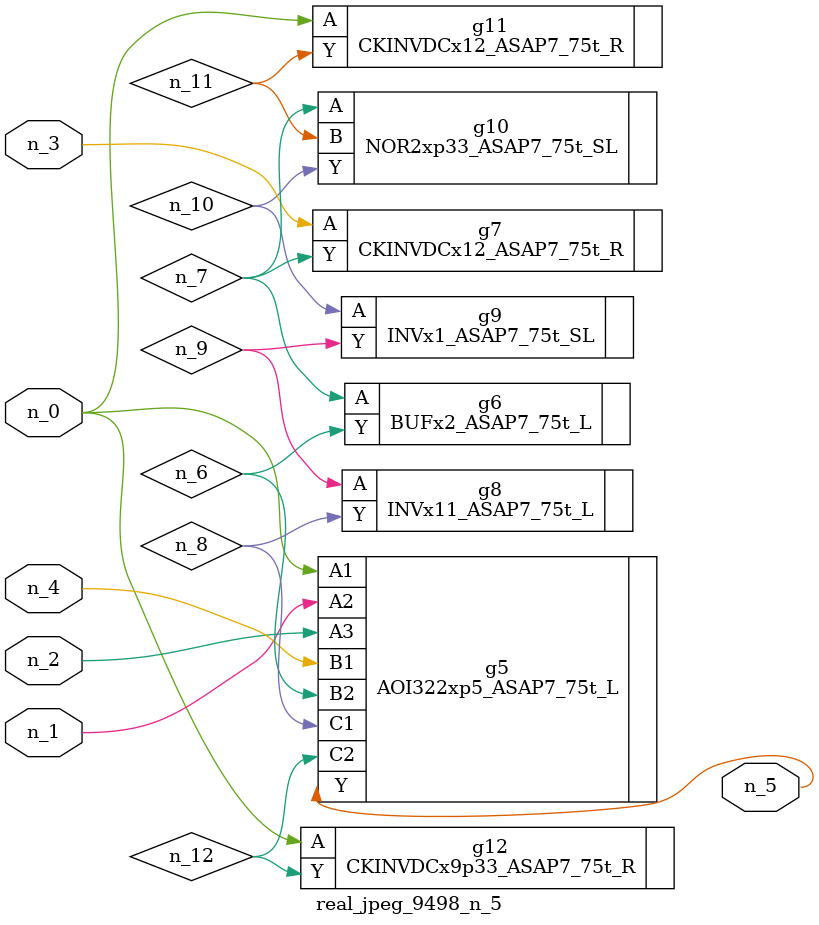
<source format=v>
module real_jpeg_9498_n_5 (n_4, n_0, n_1, n_2, n_3, n_5);

input n_4;
input n_0;
input n_1;
input n_2;
input n_3;

output n_5;

wire n_12;
wire n_8;
wire n_11;
wire n_6;
wire n_7;
wire n_10;
wire n_9;

AOI322xp5_ASAP7_75t_L g5 ( 
.A1(n_0),
.A2(n_1),
.A3(n_2),
.B1(n_4),
.B2(n_6),
.C1(n_8),
.C2(n_12),
.Y(n_5)
);

CKINVDCx12_ASAP7_75t_R g11 ( 
.A(n_0),
.Y(n_11)
);

CKINVDCx9p33_ASAP7_75t_R g12 ( 
.A(n_0),
.Y(n_12)
);

CKINVDCx12_ASAP7_75t_R g7 ( 
.A(n_3),
.Y(n_7)
);

BUFx2_ASAP7_75t_L g6 ( 
.A(n_7),
.Y(n_6)
);

NOR2xp33_ASAP7_75t_SL g10 ( 
.A(n_7),
.B(n_11),
.Y(n_10)
);

INVx11_ASAP7_75t_L g8 ( 
.A(n_9),
.Y(n_8)
);

INVx1_ASAP7_75t_SL g9 ( 
.A(n_10),
.Y(n_9)
);


endmodule
</source>
